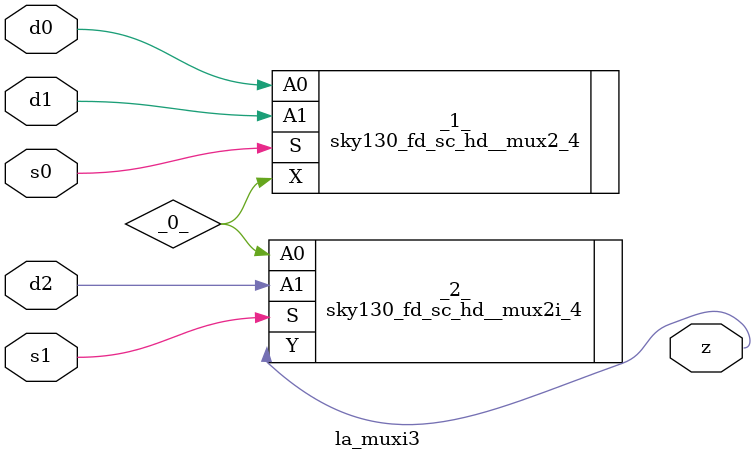
<source format=v>

/* Generated by Yosys 0.44 (git sha1 80ba43d26, g++ 11.4.0-1ubuntu1~22.04 -fPIC -O3) */

(* top =  1  *)
(* src = "inputs/la_muxi3.v:10.1-23.10" *)
module la_muxi3 (
    d0,
    d1,
    d2,
    s0,
    s1,
    z
);
  wire _0_;
  (* src = "inputs/la_muxi3.v:13.12-13.14" *)
  input d0;
  wire d0;
  (* src = "inputs/la_muxi3.v:14.12-14.14" *)
  input d1;
  wire d1;
  (* src = "inputs/la_muxi3.v:15.12-15.14" *)
  input d2;
  wire d2;
  (* src = "inputs/la_muxi3.v:16.12-16.14" *)
  input s0;
  wire s0;
  (* src = "inputs/la_muxi3.v:17.12-17.14" *)
  input s1;
  wire s1;
  (* src = "inputs/la_muxi3.v:18.12-18.13" *)
  output z;
  wire z;
  sky130_fd_sc_hd__mux2_4 _1_ (
      .A0(d0),
      .A1(d1),
      .S (s0),
      .X (_0_)
  );
  sky130_fd_sc_hd__mux2i_4 _2_ (
      .A0(_0_),
      .A1(d2),
      .S (s1),
      .Y (z)
  );
endmodule

</source>
